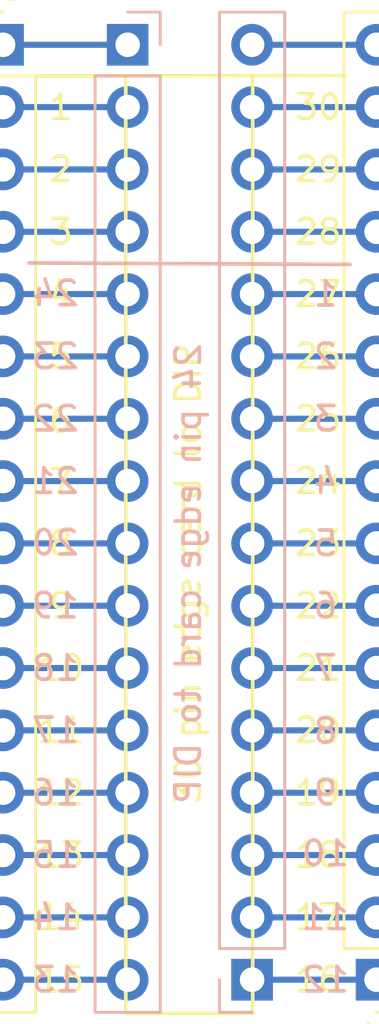
<source format=kicad_pcb>
(kicad_pcb (version 20171130) (host pcbnew "(5.1.8-0-10_14)")

  (general
    (thickness 1.6)
    (drawings 67)
    (tracks 32)
    (zones 0)
    (modules 4)
    (nets 33)
  )

  (page A4)
  (layers
    (0 F.Cu signal hide)
    (31 B.Cu signal)
    (32 B.Adhes user hide)
    (33 F.Adhes user hide)
    (34 B.Paste user hide)
    (35 F.Paste user hide)
    (36 B.SilkS user)
    (37 F.SilkS user)
    (38 B.Mask user hide)
    (39 F.Mask user hide)
    (40 Dwgs.User user hide)
    (41 Cmts.User user hide)
    (42 Eco1.User user hide)
    (43 Eco2.User user hide)
    (44 Edge.Cuts user hide)
    (45 Margin user hide)
    (46 B.CrtYd user)
    (47 F.CrtYd user)
    (48 B.Fab user hide)
    (49 F.Fab user hide)
  )

  (setup
    (last_trace_width 0.25)
    (trace_clearance 0.2)
    (zone_clearance 0.508)
    (zone_45_only no)
    (trace_min 0.2)
    (via_size 0.8)
    (via_drill 0.4)
    (via_min_size 0.4)
    (via_min_drill 0.3)
    (uvia_size 0.3)
    (uvia_drill 0.1)
    (uvias_allowed no)
    (uvia_min_size 0.2)
    (uvia_min_drill 0.1)
    (edge_width 0.05)
    (segment_width 0.2)
    (pcb_text_width 0.3)
    (pcb_text_size 1.5 1.5)
    (mod_edge_width 0.12)
    (mod_text_size 1 1)
    (mod_text_width 0.15)
    (pad_size 1.524 1.524)
    (pad_drill 0.762)
    (pad_to_mask_clearance 0)
    (aux_axis_origin 0 0)
    (visible_elements 7EFFFFFF)
    (pcbplotparams
      (layerselection 0x010fc_ffffffff)
      (usegerberextensions true)
      (usegerberattributes false)
      (usegerberadvancedattributes false)
      (creategerberjobfile false)
      (excludeedgelayer true)
      (linewidth 0.100000)
      (plotframeref false)
      (viasonmask false)
      (mode 1)
      (useauxorigin false)
      (hpglpennumber 1)
      (hpglpenspeed 20)
      (hpglpendiameter 15.000000)
      (psnegative false)
      (psa4output false)
      (plotreference true)
      (plotvalue true)
      (plotinvisibletext false)
      (padsonsilk false)
      (subtractmaskfromsilk true)
      (outputformat 1)
      (mirror false)
      (drillshape 0)
      (scaleselection 1)
      (outputdirectory "./edge-card-32"))
  )

  (net 0 "")
  (net 1 "Net-(J1-Pad16)")
  (net 2 "Net-(J1-Pad15)")
  (net 3 "Net-(J1-Pad14)")
  (net 4 "Net-(J1-Pad13)")
  (net 5 "Net-(J1-Pad12)")
  (net 6 "Net-(J1-Pad11)")
  (net 7 "Net-(J1-Pad10)")
  (net 8 "Net-(J1-Pad9)")
  (net 9 "Net-(J1-Pad8)")
  (net 10 "Net-(J1-Pad7)")
  (net 11 "Net-(J1-Pad6)")
  (net 12 "Net-(J1-Pad5)")
  (net 13 "Net-(J1-Pad4)")
  (net 14 "Net-(J1-Pad3)")
  (net 15 "Net-(J1-Pad2)")
  (net 16 "Net-(J1-Pad1)")
  (net 17 "Net-(J2-Pad16)")
  (net 18 "Net-(J2-Pad15)")
  (net 19 "Net-(J2-Pad14)")
  (net 20 "Net-(J2-Pad13)")
  (net 21 "Net-(J2-Pad12)")
  (net 22 "Net-(J2-Pad11)")
  (net 23 "Net-(J2-Pad10)")
  (net 24 "Net-(J2-Pad9)")
  (net 25 "Net-(J2-Pad8)")
  (net 26 "Net-(J2-Pad7)")
  (net 27 "Net-(J2-Pad6)")
  (net 28 "Net-(J2-Pad5)")
  (net 29 "Net-(J2-Pad4)")
  (net 30 "Net-(J2-Pad3)")
  (net 31 "Net-(J2-Pad2)")
  (net 32 "Net-(J2-Pad1)")

  (net_class Default "This is the default net class."
    (clearance 0.2)
    (trace_width 0.25)
    (via_dia 0.8)
    (via_drill 0.4)
    (uvia_dia 0.3)
    (uvia_drill 0.1)
    (add_net "Net-(J1-Pad1)")
    (add_net "Net-(J1-Pad10)")
    (add_net "Net-(J1-Pad11)")
    (add_net "Net-(J1-Pad12)")
    (add_net "Net-(J1-Pad13)")
    (add_net "Net-(J1-Pad14)")
    (add_net "Net-(J1-Pad15)")
    (add_net "Net-(J1-Pad16)")
    (add_net "Net-(J1-Pad2)")
    (add_net "Net-(J1-Pad3)")
    (add_net "Net-(J1-Pad4)")
    (add_net "Net-(J1-Pad5)")
    (add_net "Net-(J1-Pad6)")
    (add_net "Net-(J1-Pad7)")
    (add_net "Net-(J1-Pad8)")
    (add_net "Net-(J1-Pad9)")
    (add_net "Net-(J2-Pad1)")
    (add_net "Net-(J2-Pad10)")
    (add_net "Net-(J2-Pad11)")
    (add_net "Net-(J2-Pad12)")
    (add_net "Net-(J2-Pad13)")
    (add_net "Net-(J2-Pad14)")
    (add_net "Net-(J2-Pad15)")
    (add_net "Net-(J2-Pad16)")
    (add_net "Net-(J2-Pad2)")
    (add_net "Net-(J2-Pad3)")
    (add_net "Net-(J2-Pad4)")
    (add_net "Net-(J2-Pad5)")
    (add_net "Net-(J2-Pad6)")
    (add_net "Net-(J2-Pad7)")
    (add_net "Net-(J2-Pad8)")
    (add_net "Net-(J2-Pad9)")
  )

  (module Connector_PinHeader_2.54mm:PinHeader_1x16_P2.54mm_Vertical (layer F.Cu) (tedit 59FED5CC) (tstamp 662941FD)
    (at 94.3864 101.5492 180)
    (descr "Through hole straight pin header, 1x16, 2.54mm pitch, single row")
    (tags "Through hole pin header THT 1x16 2.54mm single row")
    (path /66297E5E)
    (fp_text reference J4 (at 0 -2.33) (layer F.SilkS)
      (effects (font (size 1 1) (thickness 0.15)))
    )
    (fp_text value card (at 0 40.43) (layer F.Fab)
      (effects (font (size 1 1) (thickness 0.15)))
    )
    (fp_line (start -0.635 -1.27) (end 1.27 -1.27) (layer F.Fab) (width 0.1))
    (fp_line (start 1.27 -1.27) (end 1.27 39.37) (layer F.Fab) (width 0.1))
    (fp_line (start 1.27 39.37) (end -1.27 39.37) (layer F.Fab) (width 0.1))
    (fp_line (start -1.27 39.37) (end -1.27 -0.635) (layer F.Fab) (width 0.1))
    (fp_line (start -1.27 -0.635) (end -0.635 -1.27) (layer F.Fab) (width 0.1))
    (fp_line (start -1.33 39.43) (end 1.33 39.43) (layer F.SilkS) (width 0.12))
    (fp_line (start -1.33 1.27) (end -1.33 39.43) (layer F.SilkS) (width 0.12))
    (fp_line (start 1.33 1.27) (end 1.33 39.43) (layer F.SilkS) (width 0.12))
    (fp_line (start -1.33 1.27) (end 1.33 1.27) (layer F.SilkS) (width 0.12))
    (fp_line (start -1.33 0) (end -1.33 -1.33) (layer F.SilkS) (width 0.12))
    (fp_line (start -1.33 -1.33) (end 0 -1.33) (layer F.SilkS) (width 0.12))
    (fp_line (start -1.8 -1.8) (end -1.8 39.9) (layer F.CrtYd) (width 0.05))
    (fp_line (start -1.8 39.9) (end 1.8 39.9) (layer F.CrtYd) (width 0.05))
    (fp_line (start 1.8 39.9) (end 1.8 -1.8) (layer F.CrtYd) (width 0.05))
    (fp_line (start 1.8 -1.8) (end -1.8 -1.8) (layer F.CrtYd) (width 0.05))
    (fp_text user %R (at 0 19.05 90) (layer F.Fab)
      (effects (font (size 1 1) (thickness 0.15)))
    )
    (pad 16 thru_hole oval (at 0 38.1 180) (size 1.7 1.7) (drill 1) (layers *.Cu *.Mask)
      (net 17 "Net-(J2-Pad16)"))
    (pad 15 thru_hole oval (at 0 35.56 180) (size 1.7 1.7) (drill 1) (layers *.Cu *.Mask)
      (net 18 "Net-(J2-Pad15)"))
    (pad 14 thru_hole oval (at 0 33.02 180) (size 1.7 1.7) (drill 1) (layers *.Cu *.Mask)
      (net 19 "Net-(J2-Pad14)"))
    (pad 13 thru_hole oval (at 0 30.48 180) (size 1.7 1.7) (drill 1) (layers *.Cu *.Mask)
      (net 20 "Net-(J2-Pad13)"))
    (pad 12 thru_hole oval (at 0 27.94 180) (size 1.7 1.7) (drill 1) (layers *.Cu *.Mask)
      (net 21 "Net-(J2-Pad12)"))
    (pad 11 thru_hole oval (at 0 25.4 180) (size 1.7 1.7) (drill 1) (layers *.Cu *.Mask)
      (net 22 "Net-(J2-Pad11)"))
    (pad 10 thru_hole oval (at 0 22.86 180) (size 1.7 1.7) (drill 1) (layers *.Cu *.Mask)
      (net 23 "Net-(J2-Pad10)"))
    (pad 9 thru_hole oval (at 0 20.32 180) (size 1.7 1.7) (drill 1) (layers *.Cu *.Mask)
      (net 24 "Net-(J2-Pad9)"))
    (pad 8 thru_hole oval (at 0 17.78 180) (size 1.7 1.7) (drill 1) (layers *.Cu *.Mask)
      (net 25 "Net-(J2-Pad8)"))
    (pad 7 thru_hole oval (at 0 15.24 180) (size 1.7 1.7) (drill 1) (layers *.Cu *.Mask)
      (net 26 "Net-(J2-Pad7)"))
    (pad 6 thru_hole oval (at 0 12.7 180) (size 1.7 1.7) (drill 1) (layers *.Cu *.Mask)
      (net 27 "Net-(J2-Pad6)"))
    (pad 5 thru_hole oval (at 0 10.16 180) (size 1.7 1.7) (drill 1) (layers *.Cu *.Mask)
      (net 28 "Net-(J2-Pad5)"))
    (pad 4 thru_hole oval (at 0 7.62 180) (size 1.7 1.7) (drill 1) (layers *.Cu *.Mask)
      (net 29 "Net-(J2-Pad4)"))
    (pad 3 thru_hole oval (at 0 5.08 180) (size 1.7 1.7) (drill 1) (layers *.Cu *.Mask)
      (net 30 "Net-(J2-Pad3)"))
    (pad 2 thru_hole oval (at 0 2.54 180) (size 1.7 1.7) (drill 1) (layers *.Cu *.Mask)
      (net 31 "Net-(J2-Pad2)"))
    (pad 1 thru_hole rect (at 0 0 180) (size 1.7 1.7) (drill 1) (layers *.Cu *.Mask)
      (net 32 "Net-(J2-Pad1)"))
    (model ${KISYS3DMOD}/Connector_PinHeader_2.54mm.3dshapes/PinHeader_1x16_P2.54mm_Vertical.wrl
      (at (xyz 0 0 0))
      (scale (xyz 1 1 1))
      (rotate (xyz 0 0 0))
    )
  )

  (module Connector_PinHeader_2.54mm:PinHeader_1x16_P2.54mm_Vertical (layer F.Cu) (tedit 59FED5CC) (tstamp 6629412A)
    (at 79.1422 63.4492)
    (descr "Through hole straight pin header, 1x16, 2.54mm pitch, single row")
    (tags "Through hole pin header THT 1x16 2.54mm single row")
    (path /6629981F)
    (fp_text reference J3 (at 0 -2.33) (layer F.SilkS)
      (effects (font (size 1 1) (thickness 0.15)))
    )
    (fp_text value card (at 0 40.43) (layer F.Fab)
      (effects (font (size 1 1) (thickness 0.15)))
    )
    (fp_line (start -0.635 -1.27) (end 1.27 -1.27) (layer F.Fab) (width 0.1))
    (fp_line (start 1.27 -1.27) (end 1.27 39.37) (layer F.Fab) (width 0.1))
    (fp_line (start 1.27 39.37) (end -1.27 39.37) (layer F.Fab) (width 0.1))
    (fp_line (start -1.27 39.37) (end -1.27 -0.635) (layer F.Fab) (width 0.1))
    (fp_line (start -1.27 -0.635) (end -0.635 -1.27) (layer F.Fab) (width 0.1))
    (fp_line (start -1.33 39.43) (end 1.33 39.43) (layer F.SilkS) (width 0.12))
    (fp_line (start -1.33 1.27) (end -1.33 39.43) (layer F.SilkS) (width 0.12))
    (fp_line (start 1.33 1.27) (end 1.33 39.43) (layer F.SilkS) (width 0.12))
    (fp_line (start -1.33 1.27) (end 1.33 1.27) (layer F.SilkS) (width 0.12))
    (fp_line (start -1.33 0) (end -1.33 -1.33) (layer F.SilkS) (width 0.12))
    (fp_line (start -1.33 -1.33) (end 0 -1.33) (layer F.SilkS) (width 0.12))
    (fp_line (start -1.8 -1.8) (end -1.8 39.9) (layer F.CrtYd) (width 0.05))
    (fp_line (start -1.8 39.9) (end 1.8 39.9) (layer F.CrtYd) (width 0.05))
    (fp_line (start 1.8 39.9) (end 1.8 -1.8) (layer F.CrtYd) (width 0.05))
    (fp_line (start 1.8 -1.8) (end -1.8 -1.8) (layer F.CrtYd) (width 0.05))
    (fp_text user %R (at 0 19.05 90) (layer F.Fab)
      (effects (font (size 1 1) (thickness 0.15)))
    )
    (pad 16 thru_hole oval (at 0 38.1) (size 1.7 1.7) (drill 1) (layers *.Cu *.Mask)
      (net 1 "Net-(J1-Pad16)"))
    (pad 15 thru_hole oval (at 0 35.56) (size 1.7 1.7) (drill 1) (layers *.Cu *.Mask)
      (net 2 "Net-(J1-Pad15)"))
    (pad 14 thru_hole oval (at 0 33.02) (size 1.7 1.7) (drill 1) (layers *.Cu *.Mask)
      (net 3 "Net-(J1-Pad14)"))
    (pad 13 thru_hole oval (at 0 30.48) (size 1.7 1.7) (drill 1) (layers *.Cu *.Mask)
      (net 4 "Net-(J1-Pad13)"))
    (pad 12 thru_hole oval (at 0 27.94) (size 1.7 1.7) (drill 1) (layers *.Cu *.Mask)
      (net 5 "Net-(J1-Pad12)"))
    (pad 11 thru_hole oval (at 0 25.4) (size 1.7 1.7) (drill 1) (layers *.Cu *.Mask)
      (net 6 "Net-(J1-Pad11)"))
    (pad 10 thru_hole oval (at 0 22.86) (size 1.7 1.7) (drill 1) (layers *.Cu *.Mask)
      (net 7 "Net-(J1-Pad10)"))
    (pad 9 thru_hole oval (at 0 20.32) (size 1.7 1.7) (drill 1) (layers *.Cu *.Mask)
      (net 8 "Net-(J1-Pad9)"))
    (pad 8 thru_hole oval (at 0 17.78) (size 1.7 1.7) (drill 1) (layers *.Cu *.Mask)
      (net 9 "Net-(J1-Pad8)"))
    (pad 7 thru_hole oval (at 0 15.24) (size 1.7 1.7) (drill 1) (layers *.Cu *.Mask)
      (net 10 "Net-(J1-Pad7)"))
    (pad 6 thru_hole oval (at 0 12.7) (size 1.7 1.7) (drill 1) (layers *.Cu *.Mask)
      (net 11 "Net-(J1-Pad6)"))
    (pad 5 thru_hole oval (at 0 10.16) (size 1.7 1.7) (drill 1) (layers *.Cu *.Mask)
      (net 12 "Net-(J1-Pad5)"))
    (pad 4 thru_hole oval (at 0 7.62) (size 1.7 1.7) (drill 1) (layers *.Cu *.Mask)
      (net 13 "Net-(J1-Pad4)"))
    (pad 3 thru_hole oval (at 0 5.08) (size 1.7 1.7) (drill 1) (layers *.Cu *.Mask)
      (net 14 "Net-(J1-Pad3)"))
    (pad 2 thru_hole oval (at 0 2.54) (size 1.7 1.7) (drill 1) (layers *.Cu *.Mask)
      (net 15 "Net-(J1-Pad2)"))
    (pad 1 thru_hole rect (at 0 0) (size 1.7 1.7) (drill 1) (layers *.Cu *.Mask)
      (net 16 "Net-(J1-Pad1)"))
    (model ${KISYS3DMOD}/Connector_PinHeader_2.54mm.3dshapes/PinHeader_1x16_P2.54mm_Vertical.wrl
      (at (xyz 0 0 0))
      (scale (xyz 1 1 1))
      (rotate (xyz 0 0 0))
    )
  )

  (module Connector_PinHeader_2.54mm:PinHeader_1x16_P2.54mm_Vertical (layer B.Cu) (tedit 59FED5CC) (tstamp 619BAD22)
    (at 84.2264 63.4492 180)
    (descr "Through hole straight pin header, 1x16, 2.54mm pitch, single row")
    (tags "Through hole pin header THT 1x16 2.54mm single row")
    (path /61AFC6D5)
    (fp_text reference J1 (at 0 2.33) (layer B.SilkS) hide
      (effects (font (size 1 1) (thickness 0.15)) (justify mirror))
    )
    (fp_text value card (at 0 -40.43) (layer B.Fab)
      (effects (font (size 1 1) (thickness 0.15)) (justify mirror))
    )
    (fp_line (start 1.8 1.8) (end -1.8 1.8) (layer B.CrtYd) (width 0.05))
    (fp_line (start 1.8 -39.9) (end 1.8 1.8) (layer B.CrtYd) (width 0.05))
    (fp_line (start -1.8 -39.9) (end 1.8 -39.9) (layer B.CrtYd) (width 0.05))
    (fp_line (start -1.8 1.8) (end -1.8 -39.9) (layer B.CrtYd) (width 0.05))
    (fp_line (start -1.33 1.33) (end 0 1.33) (layer B.SilkS) (width 0.12))
    (fp_line (start -1.33 0) (end -1.33 1.33) (layer B.SilkS) (width 0.12))
    (fp_line (start -1.33 -1.27) (end 1.33 -1.27) (layer B.SilkS) (width 0.12))
    (fp_line (start 1.33 -1.27) (end 1.33 -39.43) (layer B.SilkS) (width 0.12))
    (fp_line (start -1.33 -1.27) (end -1.33 -39.43) (layer B.SilkS) (width 0.12))
    (fp_line (start -1.33 -39.43) (end 1.33 -39.43) (layer B.SilkS) (width 0.12))
    (fp_line (start -1.27 0.635) (end -0.635 1.27) (layer B.Fab) (width 0.1))
    (fp_line (start -1.27 -39.37) (end -1.27 0.635) (layer B.Fab) (width 0.1))
    (fp_line (start 1.27 -39.37) (end -1.27 -39.37) (layer B.Fab) (width 0.1))
    (fp_line (start 1.27 1.27) (end 1.27 -39.37) (layer B.Fab) (width 0.1))
    (fp_line (start -0.635 1.27) (end 1.27 1.27) (layer B.Fab) (width 0.1))
    (fp_text user %R (at 0 -19.05 270) (layer B.Fab)
      (effects (font (size 1 1) (thickness 0.15)) (justify mirror))
    )
    (pad 16 thru_hole oval (at 0 -38.1 180) (size 1.7 1.7) (drill 1) (layers *.Cu *.Mask)
      (net 1 "Net-(J1-Pad16)"))
    (pad 15 thru_hole oval (at 0 -35.56 180) (size 1.7 1.7) (drill 1) (layers *.Cu *.Mask)
      (net 2 "Net-(J1-Pad15)"))
    (pad 14 thru_hole oval (at 0 -33.02 180) (size 1.7 1.7) (drill 1) (layers *.Cu *.Mask)
      (net 3 "Net-(J1-Pad14)"))
    (pad 13 thru_hole oval (at 0 -30.48 180) (size 1.7 1.7) (drill 1) (layers *.Cu *.Mask)
      (net 4 "Net-(J1-Pad13)"))
    (pad 12 thru_hole oval (at 0 -27.94 180) (size 1.7 1.7) (drill 1) (layers *.Cu *.Mask)
      (net 5 "Net-(J1-Pad12)"))
    (pad 11 thru_hole oval (at 0 -25.4 180) (size 1.7 1.7) (drill 1) (layers *.Cu *.Mask)
      (net 6 "Net-(J1-Pad11)"))
    (pad 10 thru_hole oval (at 0 -22.86 180) (size 1.7 1.7) (drill 1) (layers *.Cu *.Mask)
      (net 7 "Net-(J1-Pad10)"))
    (pad 9 thru_hole oval (at 0 -20.32 180) (size 1.7 1.7) (drill 1) (layers *.Cu *.Mask)
      (net 8 "Net-(J1-Pad9)"))
    (pad 8 thru_hole oval (at 0 -17.78 180) (size 1.7 1.7) (drill 1) (layers *.Cu *.Mask)
      (net 9 "Net-(J1-Pad8)"))
    (pad 7 thru_hole oval (at 0 -15.24 180) (size 1.7 1.7) (drill 1) (layers *.Cu *.Mask)
      (net 10 "Net-(J1-Pad7)"))
    (pad 6 thru_hole oval (at 0 -12.7 180) (size 1.7 1.7) (drill 1) (layers *.Cu *.Mask)
      (net 11 "Net-(J1-Pad6)"))
    (pad 5 thru_hole oval (at 0 -10.16 180) (size 1.7 1.7) (drill 1) (layers *.Cu *.Mask)
      (net 12 "Net-(J1-Pad5)"))
    (pad 4 thru_hole oval (at 0 -7.62 180) (size 1.7 1.7) (drill 1) (layers *.Cu *.Mask)
      (net 13 "Net-(J1-Pad4)"))
    (pad 3 thru_hole oval (at 0 -5.08 180) (size 1.7 1.7) (drill 1) (layers *.Cu *.Mask)
      (net 14 "Net-(J1-Pad3)"))
    (pad 2 thru_hole oval (at 0 -2.54 180) (size 1.7 1.7) (drill 1) (layers *.Cu *.Mask)
      (net 15 "Net-(J1-Pad2)"))
    (pad 1 thru_hole rect (at 0 0 180) (size 1.7 1.7) (drill 1) (layers *.Cu *.Mask)
      (net 16 "Net-(J1-Pad1)"))
    (model ${KISYS3DMOD}/Connector_PinHeader_2.54mm.3dshapes/PinHeader_1x16_P2.54mm_Vertical.wrl
      (at (xyz 0 0 0))
      (scale (xyz 1 1 1))
      (rotate (xyz 0 0 0))
    )
  )

  (module Connector_PinHeader_2.54mm:PinHeader_1x16_P2.54mm_Vertical (layer B.Cu) (tedit 59FED5CC) (tstamp 6621ACE3)
    (at 89.3064 101.5492)
    (descr "Through hole straight pin header, 1x16, 2.54mm pitch, single row")
    (tags "Through hole pin header THT 1x16 2.54mm single row")
    (path /66251E72)
    (fp_text reference J2 (at 0 2.33) (layer B.SilkS) hide
      (effects (font (size 1 1) (thickness 0.15)) (justify mirror))
    )
    (fp_text value card (at 0 -40.43) (layer B.Fab)
      (effects (font (size 1 1) (thickness 0.15)) (justify mirror))
    )
    (fp_line (start 1.8 1.8) (end -1.8 1.8) (layer B.CrtYd) (width 0.05))
    (fp_line (start 1.8 -39.9) (end 1.8 1.8) (layer B.CrtYd) (width 0.05))
    (fp_line (start -1.8 -39.9) (end 1.8 -39.9) (layer B.CrtYd) (width 0.05))
    (fp_line (start -1.8 1.8) (end -1.8 -39.9) (layer B.CrtYd) (width 0.05))
    (fp_line (start -1.33 1.33) (end 0 1.33) (layer B.SilkS) (width 0.12))
    (fp_line (start -1.33 0) (end -1.33 1.33) (layer B.SilkS) (width 0.12))
    (fp_line (start -1.33 -1.27) (end 1.33 -1.27) (layer B.SilkS) (width 0.12))
    (fp_line (start 1.33 -1.27) (end 1.33 -39.43) (layer B.SilkS) (width 0.12))
    (fp_line (start -1.33 -1.27) (end -1.33 -39.43) (layer B.SilkS) (width 0.12))
    (fp_line (start -1.33 -39.43) (end 1.33 -39.43) (layer B.SilkS) (width 0.12))
    (fp_line (start -1.27 0.635) (end -0.635 1.27) (layer B.Fab) (width 0.1))
    (fp_line (start -1.27 -39.37) (end -1.27 0.635) (layer B.Fab) (width 0.1))
    (fp_line (start 1.27 -39.37) (end -1.27 -39.37) (layer B.Fab) (width 0.1))
    (fp_line (start 1.27 1.27) (end 1.27 -39.37) (layer B.Fab) (width 0.1))
    (fp_line (start -0.635 1.27) (end 1.27 1.27) (layer B.Fab) (width 0.1))
    (fp_text user %R (at 0 -19.05 -90) (layer B.Fab)
      (effects (font (size 1 1) (thickness 0.15)) (justify mirror))
    )
    (pad 16 thru_hole oval (at 0 -38.1) (size 1.7 1.7) (drill 1) (layers *.Cu *.Mask)
      (net 17 "Net-(J2-Pad16)"))
    (pad 15 thru_hole oval (at 0 -35.56) (size 1.7 1.7) (drill 1) (layers *.Cu *.Mask)
      (net 18 "Net-(J2-Pad15)"))
    (pad 14 thru_hole oval (at 0 -33.02) (size 1.7 1.7) (drill 1) (layers *.Cu *.Mask)
      (net 19 "Net-(J2-Pad14)"))
    (pad 13 thru_hole oval (at 0 -30.48) (size 1.7 1.7) (drill 1) (layers *.Cu *.Mask)
      (net 20 "Net-(J2-Pad13)"))
    (pad 12 thru_hole oval (at 0 -27.94) (size 1.7 1.7) (drill 1) (layers *.Cu *.Mask)
      (net 21 "Net-(J2-Pad12)"))
    (pad 11 thru_hole oval (at 0 -25.4) (size 1.7 1.7) (drill 1) (layers *.Cu *.Mask)
      (net 22 "Net-(J2-Pad11)"))
    (pad 10 thru_hole oval (at 0 -22.86) (size 1.7 1.7) (drill 1) (layers *.Cu *.Mask)
      (net 23 "Net-(J2-Pad10)"))
    (pad 9 thru_hole oval (at 0 -20.32) (size 1.7 1.7) (drill 1) (layers *.Cu *.Mask)
      (net 24 "Net-(J2-Pad9)"))
    (pad 8 thru_hole oval (at 0 -17.78) (size 1.7 1.7) (drill 1) (layers *.Cu *.Mask)
      (net 25 "Net-(J2-Pad8)"))
    (pad 7 thru_hole oval (at 0 -15.24) (size 1.7 1.7) (drill 1) (layers *.Cu *.Mask)
      (net 26 "Net-(J2-Pad7)"))
    (pad 6 thru_hole oval (at 0 -12.7) (size 1.7 1.7) (drill 1) (layers *.Cu *.Mask)
      (net 27 "Net-(J2-Pad6)"))
    (pad 5 thru_hole oval (at 0 -10.16) (size 1.7 1.7) (drill 1) (layers *.Cu *.Mask)
      (net 28 "Net-(J2-Pad5)"))
    (pad 4 thru_hole oval (at 0 -7.62) (size 1.7 1.7) (drill 1) (layers *.Cu *.Mask)
      (net 29 "Net-(J2-Pad4)"))
    (pad 3 thru_hole oval (at 0 -5.08) (size 1.7 1.7) (drill 1) (layers *.Cu *.Mask)
      (net 30 "Net-(J2-Pad3)"))
    (pad 2 thru_hole oval (at 0 -2.54) (size 1.7 1.7) (drill 1) (layers *.Cu *.Mask)
      (net 31 "Net-(J2-Pad2)"))
    (pad 1 thru_hole rect (at 0 0) (size 1.7 1.7) (drill 1) (layers *.Cu *.Mask)
      (net 32 "Net-(J2-Pad1)"))
    (model ${KISYS3DMOD}/Connector_PinHeader_2.54mm.3dshapes/PinHeader_1x16_P2.54mm_Vertical.wrl
      (at (xyz 0 0 0))
      (scale (xyz 1 1 1))
      (rotate (xyz 0 0 0))
    )
  )

  (gr_text "24 pin edge card to DIP" (at 86.7 85 90) (layer B.SilkS) (tstamp 662A6CF3)
    (effects (font (size 1 1) (thickness 0.15)) (justify mirror))
  )
  (gr_text "30 pin edge card to DIP" (at 86.7 85 90) (layer F.SilkS)
    (effects (font (size 1 1) (thickness 0.15)))
  )
  (gr_line (start 80.2 72.3392) (end 93.3 72.4) (layer B.SilkS) (width 0.15))
  (gr_line (start 84.1502 102.9208) (end 84.1502 64.7192) (layer F.SilkS) (width 0.15) (tstamp 6621C390))
  (gr_line (start 89.3318 102.9208) (end 84.1502 102.9208) (layer F.SilkS) (width 0.15))
  (gr_line (start 89.3318 64.7192) (end 89.3318 102.9208) (layer F.SilkS) (width 0.15))
  (gr_line (start 80.5 64.7192) (end 93.1 64.7) (layer F.SilkS) (width 0.15))
  (gr_text 16 (at 92 101.5492) (layer F.SilkS) (tstamp 6621C38E)
    (effects (font (size 1 1) (thickness 0.15)))
  )
  (gr_text 17 (at 92 99) (layer F.SilkS) (tstamp 6621C023)
    (effects (font (size 1 1) (thickness 0.15)))
  )
  (gr_text 18 (at 92 96.4692) (layer F.SilkS) (tstamp 6621C020)
    (effects (font (size 1 1) (thickness 0.15)))
  )
  (gr_text 19 (at 92 93.9292) (layer F.SilkS) (tstamp 6621C01D)
    (effects (font (size 1 1) (thickness 0.15)))
  )
  (gr_text 20 (at 92 91.3892) (layer F.SilkS) (tstamp 6621C01A)
    (effects (font (size 1 1) (thickness 0.15)))
  )
  (gr_text 21 (at 92 88.8492) (layer F.SilkS) (tstamp 6621C017)
    (effects (font (size 1 1) (thickness 0.15)))
  )
  (gr_text 22 (at 92 86.3092) (layer F.SilkS) (tstamp 6621C014)
    (effects (font (size 1 1) (thickness 0.15)))
  )
  (gr_text 23 (at 92 83.7692) (layer F.SilkS) (tstamp 6621C011)
    (effects (font (size 1 1) (thickness 0.15)))
  )
  (gr_text 24 (at 92 81.2292) (layer F.SilkS) (tstamp 6621C00E)
    (effects (font (size 1 1) (thickness 0.15)))
  )
  (gr_text 25 (at 92 78.6892) (layer F.SilkS) (tstamp 6621C00B)
    (effects (font (size 1 1) (thickness 0.15)))
  )
  (gr_text 26 (at 92 76.1492) (layer F.SilkS) (tstamp 6621C008)
    (effects (font (size 1 1) (thickness 0.15)))
  )
  (gr_text 27 (at 92 73.6092) (layer F.SilkS) (tstamp 6621C005)
    (effects (font (size 1 1) (thickness 0.15)))
  )
  (gr_text 15 (at 81.5 101.5492) (layer F.SilkS) (tstamp 6621BF0D)
    (effects (font (size 1 1) (thickness 0.15)))
  )
  (gr_text 14 (at 81.5 99) (layer F.SilkS) (tstamp 6621BF0A)
    (effects (font (size 1 1) (thickness 0.15)))
  )
  (gr_text 13 (at 81.5 96.4692) (layer F.SilkS) (tstamp 6621BF07)
    (effects (font (size 1 1) (thickness 0.15)))
  )
  (gr_text 12 (at 81.5 93.9292) (layer F.SilkS) (tstamp 6621BF04)
    (effects (font (size 1 1) (thickness 0.15)))
  )
  (gr_text 11 (at 81.5 91.3892) (layer F.SilkS) (tstamp 6621BF01)
    (effects (font (size 1 1) (thickness 0.15)))
  )
  (gr_text 10 (at 81.5 88.8492) (layer F.SilkS) (tstamp 6621BEFE)
    (effects (font (size 1 1) (thickness 0.15)))
  )
  (gr_text 9 (at 81.5 86.3092) (layer F.SilkS) (tstamp 6621BE07)
    (effects (font (size 1 1) (thickness 0.15)))
  )
  (gr_text 8 (at 81.5 83.7692) (layer F.SilkS) (tstamp 6621BE04)
    (effects (font (size 1 1) (thickness 0.15)))
  )
  (gr_text 7 (at 81.5 81.2546) (layer F.SilkS) (tstamp 6621BE01)
    (effects (font (size 1 1) (thickness 0.15)))
  )
  (gr_text 6 (at 81.5 78.74) (layer F.SilkS) (tstamp 6621BDFE)
    (effects (font (size 1 1) (thickness 0.15)))
  )
  (gr_text 5 (at 81.5 76.1492) (layer F.SilkS) (tstamp 6621BDFB)
    (effects (font (size 1 1) (thickness 0.15)))
  )
  (gr_text 4 (at 81.5 73.6346) (layer F.SilkS) (tstamp 6621BDF8)
    (effects (font (size 1 1) (thickness 0.15)))
  )
  (gr_text 3 (at 81.5 71.0692) (layer F.SilkS) (tstamp 6621BD01)
    (effects (font (size 1 1) (thickness 0.15)))
  )
  (gr_text 2 (at 81.5 68.5292) (layer F.SilkS) (tstamp 6621BCFE)
    (effects (font (size 1 1) (thickness 0.15)))
  )
  (gr_text 28 (at 92 71.0692) (layer F.SilkS) (tstamp 6621BCFA)
    (effects (font (size 1 1) (thickness 0.15)))
  )
  (gr_text 29 (at 92 68.5292) (layer F.SilkS) (tstamp 6621BCF7)
    (effects (font (size 1 1) (thickness 0.15)))
  )
  (gr_text 30 (at 92 65.9892) (layer F.SilkS)
    (effects (font (size 1 1) (thickness 0.15)))
  )
  (gr_line (start 91.2 62.1538) (end 91.2 102.7176) (layer Dwgs.User) (width 0.15))
  (gr_line (start 82.2198 62.5094) (end 82.2198 102.5144) (layer Dwgs.User) (width 0.15) (tstamp 6621B8DA))
  (gr_text 1 (at 81.5 65.9892) (layer F.SilkS)
    (effects (font (size 1 1) (thickness 0.15)))
  )
  (gr_text 24 (at 81.28 73.5838) (layer B.SilkS)
    (effects (font (size 1 1) (thickness 0.15)) (justify mirror))
  )
  (gr_text 23 (at 81.28 76.1492) (layer B.SilkS)
    (effects (font (size 1 1) (thickness 0.15)) (justify mirror))
  )
  (gr_text 22 (at 81.28 78.6892) (layer B.SilkS)
    (effects (font (size 1 1) (thickness 0.15)) (justify mirror))
  )
  (gr_text 21 (at 81.28 81.2292) (layer B.SilkS)
    (effects (font (size 1 1) (thickness 0.15)) (justify mirror))
  )
  (gr_text 20 (at 81.28 83.7438) (layer B.SilkS)
    (effects (font (size 1 1) (thickness 0.15)) (justify mirror))
  )
  (gr_text 19 (at 81.28 86.3092) (layer B.SilkS)
    (effects (font (size 1 1) (thickness 0.15)) (justify mirror))
  )
  (gr_text 18 (at 81.28 88.8492) (layer B.SilkS)
    (effects (font (size 1 1) (thickness 0.15)) (justify mirror))
  )
  (gr_text 17 (at 81.28 91.3892) (layer B.SilkS)
    (effects (font (size 1 1) (thickness 0.15)) (justify mirror))
  )
  (gr_text 16 (at 81.28 93.9292) (layer B.SilkS)
    (effects (font (size 1 1) (thickness 0.15)) (justify mirror))
  )
  (gr_text 15 (at 81.28 96.4692) (layer B.SilkS)
    (effects (font (size 1 1) (thickness 0.15)) (justify mirror))
  )
  (gr_text 14 (at 81.28 99.0092) (layer B.SilkS)
    (effects (font (size 1 1) (thickness 0.15)) (justify mirror))
  )
  (gr_text 13 (at 81.28 101.5492) (layer B.SilkS)
    (effects (font (size 1 1) (thickness 0.15)) (justify mirror))
  )
  (gr_text 12 (at 92.3 101.5492) (layer B.SilkS)
    (effects (font (size 1 1) (thickness 0.15)) (justify mirror))
  )
  (gr_text 11 (at 92.3 99.0092) (layer B.SilkS)
    (effects (font (size 1 1) (thickness 0.15)) (justify mirror))
  )
  (gr_text 10 (at 92.3 96.4) (layer B.SilkS)
    (effects (font (size 1 1) (thickness 0.15)) (justify mirror))
  )
  (gr_text 9 (at 92.3 93.9292) (layer B.SilkS)
    (effects (font (size 1 1) (thickness 0.15)) (justify mirror))
  )
  (gr_text 8 (at 92.3 91.4146) (layer B.SilkS)
    (effects (font (size 1 1) (thickness 0.15)) (justify mirror))
  )
  (gr_text 7 (at 92.3 88.8492) (layer B.SilkS)
    (effects (font (size 1 1) (thickness 0.15)) (justify mirror))
  )
  (gr_text 6 (at 92.3 86.3092) (layer B.SilkS)
    (effects (font (size 1 1) (thickness 0.15)) (justify mirror))
  )
  (gr_text 5 (at 92.3 83.7692) (layer B.SilkS)
    (effects (font (size 1 1) (thickness 0.15)) (justify mirror))
  )
  (gr_text 4 (at 92.3 81.2292) (layer B.SilkS)
    (effects (font (size 1 1) (thickness 0.15)) (justify mirror))
  )
  (gr_text 3 (at 92.3 78.6892) (layer B.SilkS)
    (effects (font (size 1 1) (thickness 0.15)) (justify mirror))
  )
  (gr_text 2 (at 92.3 76.1492) (layer B.SilkS)
    (effects (font (size 1 1) (thickness 0.15)) (justify mirror))
  )
  (gr_text 1 (at 92.3 73.6) (layer B.SilkS)
    (effects (font (size 1 1) (thickness 0.15)) (justify mirror))
  )
  (gr_line (start 76.0922 104.5334) (end 76.0922 60.5334) (layer Edge.Cuts) (width 0.05) (tstamp 619B151C))
  (gr_line (start 97.0922 104.5334) (end 76.0922 104.5334) (layer Edge.Cuts) (width 0.05))
  (gr_line (start 97.0922 60.5334) (end 97.0922 104.5334) (layer Edge.Cuts) (width 0.05))
  (gr_line (start 76.0922 60.5334) (end 97.0922 60.5334) (layer Edge.Cuts) (width 0.05))

  (segment (start 79.1422 101.5492) (end 84.2264 101.5492) (width 0.25) (layer B.Cu) (net 1))
  (segment (start 79.1422 99.0092) (end 84.2264 99.0092) (width 0.25) (layer B.Cu) (net 2))
  (segment (start 79.1422 96.4692) (end 84.2264 96.4692) (width 0.25) (layer B.Cu) (net 3))
  (segment (start 79.1422 93.9292) (end 84.2264 93.9292) (width 0.25) (layer B.Cu) (net 4))
  (segment (start 79.1422 91.3892) (end 84.2264 91.3892) (width 0.25) (layer B.Cu) (net 5))
  (segment (start 79.1422 88.8492) (end 84.2264 88.8492) (width 0.25) (layer B.Cu) (net 6))
  (segment (start 79.1422 86.3092) (end 84.2264 86.3092) (width 0.25) (layer B.Cu) (net 7))
  (segment (start 79.1422 83.7692) (end 84.2264 83.7692) (width 0.25) (layer B.Cu) (net 8))
  (segment (start 79.1422 81.2292) (end 84.2264 81.2292) (width 0.25) (layer B.Cu) (net 9))
  (segment (start 79.1422 78.6892) (end 84.2264 78.6892) (width 0.25) (layer B.Cu) (net 10))
  (segment (start 79.1422 76.1492) (end 84.2264 76.1492) (width 0.25) (layer B.Cu) (net 11))
  (segment (start 79.1422 73.6092) (end 84.2264 73.6092) (width 0.25) (layer B.Cu) (net 12))
  (segment (start 79.1422 71.0692) (end 84.2264 71.0692) (width 0.25) (layer B.Cu) (net 13))
  (segment (start 79.1422 68.5292) (end 84.2264 68.5292) (width 0.25) (layer B.Cu) (net 14))
  (segment (start 79.1422 65.9892) (end 84.2264 65.9892) (width 0.25) (layer B.Cu) (net 15))
  (segment (start 79.1422 63.4492) (end 84.2264 63.4492) (width 0.25) (layer B.Cu) (net 16))
  (segment (start 89.3064 63.4492) (end 94.3822 63.4492) (width 0.25) (layer B.Cu) (net 17))
  (segment (start 89.3064 65.9892) (end 94.3822 65.9892) (width 0.25) (layer B.Cu) (net 18))
  (segment (start 89.3064 68.5292) (end 94.3822 68.5292) (width 0.25) (layer B.Cu) (net 19))
  (segment (start 89.3064 71.0692) (end 94.3822 71.0692) (width 0.25) (layer B.Cu) (net 20))
  (segment (start 89.3064 73.6092) (end 94.3822 73.6092) (width 0.25) (layer B.Cu) (net 21))
  (segment (start 89.3064 76.1492) (end 94.3822 76.1492) (width 0.25) (layer B.Cu) (net 22))
  (segment (start 89.3064 78.6892) (end 94.3822 78.6892) (width 0.25) (layer B.Cu) (net 23))
  (segment (start 89.3064 81.2292) (end 94.3822 81.2292) (width 0.25) (layer B.Cu) (net 24))
  (segment (start 89.3064 83.7692) (end 94.3822 83.7692) (width 0.25) (layer B.Cu) (net 25))
  (segment (start 89.3064 86.3092) (end 94.3822 86.3092) (width 0.25) (layer B.Cu) (net 26))
  (segment (start 89.3064 88.8492) (end 94.3822 88.8492) (width 0.25) (layer B.Cu) (net 27))
  (segment (start 89.3064 91.3892) (end 94.3822 91.3892) (width 0.25) (layer B.Cu) (net 28))
  (segment (start 89.3064 93.9292) (end 94.3822 93.9292) (width 0.25) (layer B.Cu) (net 29))
  (segment (start 89.3064 96.4692) (end 94.3822 96.4692) (width 0.25) (layer B.Cu) (net 30))
  (segment (start 89.3064 99.0092) (end 94.3822 99.0092) (width 0.25) (layer B.Cu) (net 31))
  (segment (start 89.3064 101.5492) (end 94.3822 101.5492) (width 0.25) (layer B.Cu) (net 32))

)

</source>
